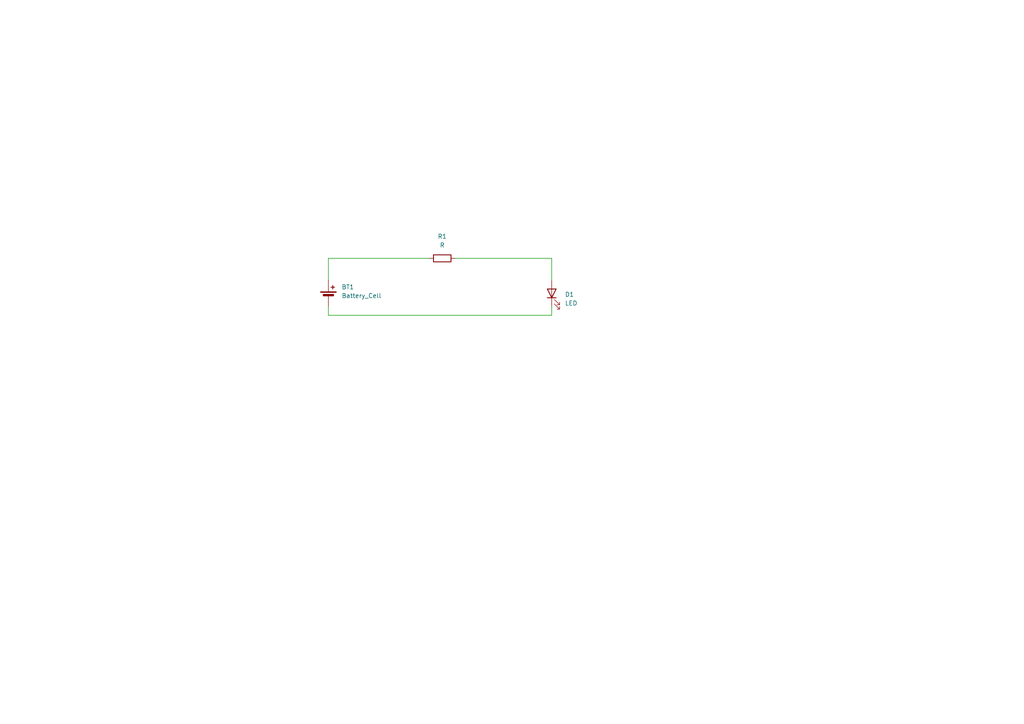
<source format=kicad_sch>
(kicad_sch (version 20231120) (generator "eeschema") (generator_version "8.0")
  (paper "A4")
  (lib_symbols
    (symbol "Device:Battery_Cell" (pin_numbers hide) (pin_names (offset 0) hide)
      (property "Reference" "BT" (at 2.54 2.54 0))
      (property "Value" "Battery_Cell" (at 2.54 0 0))
      (symbol "Battery_Cell_0_1"
        (rectangle (start -2.286 1.778) (end 2.286 1.524) (fill (type outline)))
        (rectangle (start -1.524 1.016) (end 1.524 0.508) (fill (type outline)))
        (polyline (pts (xy 0 0.762) (xy 0 0)))
        (polyline (pts (xy 0 1.778) (xy 0 2.54)))
        (polyline (pts (xy 0.762 3.048) (xy 1.778 3.048)) (stroke (width 0.254)))
        (polyline (pts (xy 1.27 3.556) (xy 1.27 2.54)) (stroke (width 0.254)))
      )
      (symbol "Battery_Cell_1_1"
        (pin passive line (at 0 5.08 270) (length 2.54) (name "+") (number "1"))
        (pin passive line (at 0 -2.54 90) (length 2.54) (name "-") (number "2"))
      )
    )
    (symbol "Device:LED" (pin_numbers hide) (pin_names (offset 1.016) hide)
      (property "Reference" "D" (at 0 2.54 0))
      (property "Value" "LED" (at 0 -2.54 0))
      (symbol "LED_0_1"
        (polyline (pts (xy -1.27 -1.27) (xy -1.27 1.27)) (stroke (width 0.254)))
        (polyline (pts (xy -1.27 0) (xy 1.27 0)))
        (polyline (pts (xy 1.27 -1.27) (xy 1.27 1.27) (xy -1.27 0) (xy 1.27 -1.27)) (stroke (width 0.254)))
        (polyline (pts (xy -3.048 -0.762) (xy -4.572 -2.286) (xy -3.81 -2.286) (xy -4.572 -2.286) (xy -4.572 -1.524)))
        (polyline (pts (xy -1.778 -0.762) (xy -3.302 -2.286) (xy -2.54 -2.286) (xy -3.302 -2.286) (xy -3.302 -1.524)))
      )
      (symbol "LED_1_1"
        (pin passive line (at -3.81 0 0) (length 2.54) (name "K") (number "1"))
        (pin passive line (at 3.81 0 180) (length 2.54) (name "A") (number "2"))
      )
    )
    (symbol "Device:R" (pin_numbers hide) (pin_names (offset 0))
      (property "Reference" "R" (at 2.032 0 90))
      (property "Value" "R" (at 0 0 90))
      (symbol "R_0_1"
        (rectangle (start -1.016 -2.54) (end 1.016 2.54) (stroke (width 0.254)))
      )
      (symbol "R_1_1"
        (pin passive line (at 0 3.81 270) (length 1.27) (name "~") (number "1"))
        (pin passive line (at 0 -3.81 90) (length 1.27) (name "~") (number "2"))
      )
    )
  )
  (wire (pts (xy 95.25 81.28) (xy 95.25 74.93)))
  (wire (pts (xy 160.02 91.44) (xy 95.25 91.44)))
  (wire (pts (xy 95.25 74.93) (xy 124.46 74.93)))
  (wire (pts (xy 160.02 88.9) (xy 160.02 91.44)))
  (wire (pts (xy 160.02 74.93) (xy 160.02 81.28)))
  (wire (pts (xy 132.08 74.93) (xy 160.02 74.93)))
  (wire (pts (xy 95.25 88.9) (xy 95.25 91.44)))
  (symbol (lib_id "Device:Battery_Cell") (at 95.25 86.36 0) (unit 1)
    (property "Reference" "BT1" (at 99.06 83.2484 0) (effects (justify left)))
    (property "Value" "Battery_Cell" (at 99.06 85.7884 0) (effects (justify left)))
    (property "Footprint" "Battery:BatteryHolder_Seiko_MS621F" (effects (hide yes)))
    (property "Description" "Single-cell battery" (effects (hide yes)))
  )
  (symbol (lib_id "Device:R") (at 128.27 74.93 90) (unit 1)
    (property "Reference" "R1" (at 128.27 68.58 90))
    (property "Value" "R" (at 128.27 71.12 90))
    (property "Footprint" "Resistor_SMD:R_0805_2012Metric_Pad1.20x1.40mm_HandSolder" (effects (hide yes)))
    (property "Description" "Resistor" (effects (hide yes)))
  )
  (symbol (lib_id "Device:LED") (at 160.02 85.09 90) (unit 1)
    (property "Reference" "D1" (at 163.83 85.4074 90) (effects (justify right)))
    (property "Value" "LED" (at 163.83 87.9474 90) (effects (justify right)))
    (property "Footprint" "LED_SMD:LED_0805_2012Metric_Pad1.15x1.40mm_HandSolder" (effects (hide yes)))
    (property "Description" "Light emitting diode" (effects (hide yes)))
  )
)
</source>
